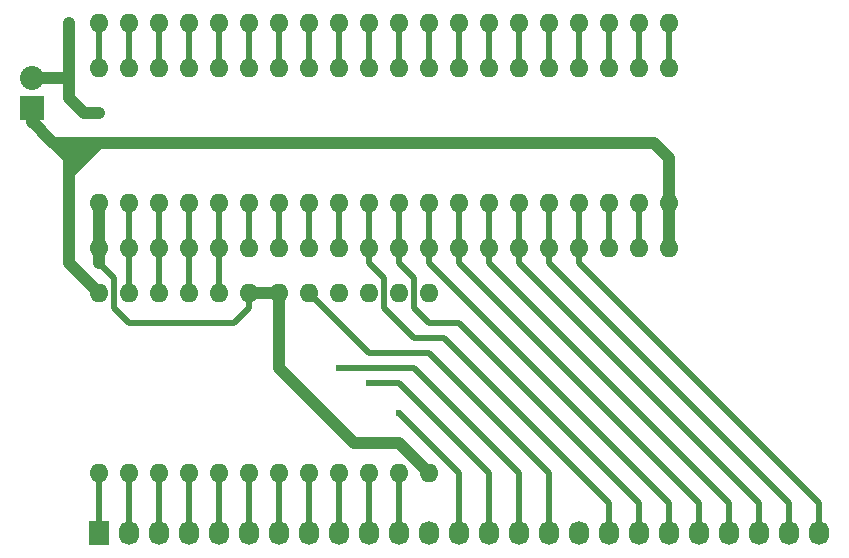
<source format=gbl>
G04 #@! TF.FileFunction,Copper,L2,Bot,Signal*
%FSLAX46Y46*%
G04 Gerber Fmt 4.6, Leading zero omitted, Abs format (unit mm)*
G04 Created by KiCad (PCBNEW 4.0.2-stable) date 2016-04-27 10:36:02 AM*
%MOMM*%
G01*
G04 APERTURE LIST*
%ADD10C,0.100000*%
%ADD11R,1.727200X2.032000*%
%ADD12O,1.727200X2.032000*%
%ADD13O,1.600000X1.600000*%
%ADD14R,2.032000X2.032000*%
%ADD15O,2.032000X2.032000*%
%ADD16C,0.600000*%
%ADD17C,0.500000*%
%ADD18C,1.000000*%
G04 APERTURE END LIST*
D10*
D11*
X119380000Y-104140000D03*
D12*
X121920000Y-104140000D03*
X124460000Y-104140000D03*
X127000000Y-104140000D03*
X129540000Y-104140000D03*
X132080000Y-104140000D03*
X134620000Y-104140000D03*
X137160000Y-104140000D03*
X139700000Y-104140000D03*
X142240000Y-104140000D03*
X144780000Y-104140000D03*
X147320000Y-104140000D03*
X149860000Y-104140000D03*
X152400000Y-104140000D03*
X154940000Y-104140000D03*
X157480000Y-104140000D03*
X160020000Y-104140000D03*
X162560000Y-104140000D03*
X165100000Y-104140000D03*
X167640000Y-104140000D03*
X170180000Y-104140000D03*
X172720000Y-104140000D03*
X175260000Y-104140000D03*
X177800000Y-104140000D03*
X180340000Y-104140000D03*
D13*
X119380000Y-76200000D03*
X121920000Y-76200000D03*
X124460000Y-76200000D03*
X127000000Y-76200000D03*
X129540000Y-76200000D03*
X132080000Y-76200000D03*
X134620000Y-76200000D03*
X137160000Y-76200000D03*
X139700000Y-76200000D03*
X142240000Y-76200000D03*
X144780000Y-76200000D03*
X147320000Y-76200000D03*
X149860000Y-76200000D03*
X152400000Y-76200000D03*
X154940000Y-76200000D03*
X157480000Y-76200000D03*
X160020000Y-76200000D03*
X162560000Y-76200000D03*
X165100000Y-76200000D03*
X167640000Y-76200000D03*
X167640000Y-60960000D03*
X165100000Y-60960000D03*
X162560000Y-60960000D03*
X160020000Y-60960000D03*
X157480000Y-60960000D03*
X154940000Y-60960000D03*
X152400000Y-60960000D03*
X149860000Y-60960000D03*
X147320000Y-60960000D03*
X144780000Y-60960000D03*
X142240000Y-60960000D03*
X139700000Y-60960000D03*
X137160000Y-60960000D03*
X134620000Y-60960000D03*
X132080000Y-60960000D03*
X129540000Y-60960000D03*
X127000000Y-60960000D03*
X124460000Y-60960000D03*
X121920000Y-60960000D03*
X119380000Y-60960000D03*
X119380000Y-80010000D03*
X121920000Y-80010000D03*
X124460000Y-80010000D03*
X127000000Y-80010000D03*
X129540000Y-80010000D03*
X132080000Y-80010000D03*
X134620000Y-80010000D03*
X137160000Y-80010000D03*
X139700000Y-80010000D03*
X142240000Y-80010000D03*
X144780000Y-80010000D03*
X147320000Y-80010000D03*
X149860000Y-80010000D03*
X152400000Y-80010000D03*
X154940000Y-80010000D03*
X157480000Y-80010000D03*
X160020000Y-80010000D03*
X162560000Y-80010000D03*
X165100000Y-80010000D03*
X167640000Y-80010000D03*
X167640000Y-64770000D03*
X165100000Y-64770000D03*
X162560000Y-64770000D03*
X160020000Y-64770000D03*
X157480000Y-64770000D03*
X154940000Y-64770000D03*
X152400000Y-64770000D03*
X149860000Y-64770000D03*
X147320000Y-64770000D03*
X144780000Y-64770000D03*
X142240000Y-64770000D03*
X139700000Y-64770000D03*
X137160000Y-64770000D03*
X134620000Y-64770000D03*
X132080000Y-64770000D03*
X129540000Y-64770000D03*
X127000000Y-64770000D03*
X124460000Y-64770000D03*
X121920000Y-64770000D03*
X119380000Y-64770000D03*
X119380000Y-99060000D03*
X121920000Y-99060000D03*
X124460000Y-99060000D03*
X127000000Y-99060000D03*
X129540000Y-99060000D03*
X132080000Y-99060000D03*
X134620000Y-99060000D03*
X137160000Y-99060000D03*
X139700000Y-99060000D03*
X142240000Y-99060000D03*
X144780000Y-99060000D03*
X147320000Y-99060000D03*
X147320000Y-83820000D03*
X144780000Y-83820000D03*
X142240000Y-83820000D03*
X139700000Y-83820000D03*
X137160000Y-83820000D03*
X134620000Y-83820000D03*
X132080000Y-83820000D03*
X129540000Y-83820000D03*
X127000000Y-83820000D03*
X124460000Y-83820000D03*
X121920000Y-83820000D03*
X119380000Y-83820000D03*
D14*
X113728500Y-68199000D03*
D15*
X113728500Y-65659000D03*
D16*
X144780000Y-93980000D03*
X142240000Y-91440000D03*
X139700000Y-90170000D03*
X119380000Y-68580000D03*
D17*
X119380000Y-99060000D02*
X119380000Y-104140000D01*
X121920000Y-99060000D02*
X121920000Y-104140000D01*
X124460000Y-99060000D02*
X124460000Y-104140000D01*
X127000000Y-99060000D02*
X127000000Y-104140000D01*
X129540000Y-99060000D02*
X129540000Y-104140000D01*
X132080000Y-99060000D02*
X132080000Y-104140000D01*
X134620000Y-99060000D02*
X134620000Y-104140000D01*
X137160000Y-99060000D02*
X137160000Y-104140000D01*
X139700000Y-99060000D02*
X139700000Y-104140000D01*
X142240000Y-99060000D02*
X142240000Y-104140000D01*
X144780000Y-99060000D02*
X144780000Y-104140000D01*
X149860000Y-99060000D02*
X149860000Y-104140000D01*
X144780000Y-93980000D02*
X149860000Y-99060000D01*
X152400000Y-104140000D02*
X152400000Y-99060000D01*
X144780000Y-91440000D02*
X142240000Y-91440000D01*
X152400000Y-99060000D02*
X144780000Y-91440000D01*
X154940000Y-104140000D02*
X154940000Y-99060000D01*
X146050000Y-90170000D02*
X139700000Y-90170000D01*
X154940000Y-99060000D02*
X146050000Y-90170000D01*
X157480000Y-104140000D02*
X157480000Y-99060000D01*
X142240000Y-88900000D02*
X137160000Y-83820000D01*
X147320000Y-88900000D02*
X142240000Y-88900000D01*
X157480000Y-99060000D02*
X147320000Y-88900000D01*
X142240000Y-80010000D02*
X142240000Y-81280000D01*
X162560000Y-101600000D02*
X162560000Y-104140000D01*
X148590000Y-87630000D02*
X162560000Y-101600000D01*
X146050000Y-87630000D02*
X148590000Y-87630000D01*
X143510000Y-85090000D02*
X146050000Y-87630000D01*
X143510000Y-82550000D02*
X143510000Y-85090000D01*
X142240000Y-81280000D02*
X143510000Y-82550000D01*
X142240000Y-76200000D02*
X142240000Y-80010000D01*
X144780000Y-80010000D02*
X144780000Y-81280000D01*
X165100000Y-101600000D02*
X165100000Y-104140000D01*
X149860000Y-86360000D02*
X165100000Y-101600000D01*
X147320000Y-86360000D02*
X149860000Y-86360000D01*
X146050000Y-85090000D02*
X147320000Y-86360000D01*
X146050000Y-82550000D02*
X146050000Y-85090000D01*
X144780000Y-81280000D02*
X146050000Y-82550000D01*
X144780000Y-76200000D02*
X144780000Y-80010000D01*
X147320000Y-80010000D02*
X147320000Y-81280000D01*
X167640000Y-101600000D02*
X167640000Y-104140000D01*
X147320000Y-81280000D02*
X167640000Y-101600000D01*
X147320000Y-76200000D02*
X147320000Y-80010000D01*
X149860000Y-80010000D02*
X149860000Y-81280000D01*
X170180000Y-101600000D02*
X170180000Y-104140000D01*
X149860000Y-81280000D02*
X170180000Y-101600000D01*
X149860000Y-76200000D02*
X149860000Y-80010000D01*
X152400000Y-80010000D02*
X152400000Y-81280000D01*
X172720000Y-101600000D02*
X172720000Y-104140000D01*
X152400000Y-81280000D02*
X172720000Y-101600000D01*
X152400000Y-76200000D02*
X152400000Y-80010000D01*
X154940000Y-80010000D02*
X154940000Y-81280000D01*
X175260000Y-101600000D02*
X175260000Y-104140000D01*
X154940000Y-81280000D02*
X175260000Y-101600000D01*
X154940000Y-76200000D02*
X154940000Y-80010000D01*
X157480000Y-80010000D02*
X157480000Y-81280000D01*
X177800000Y-101600000D02*
X177800000Y-104140000D01*
X157480000Y-81280000D02*
X177800000Y-101600000D01*
X157480000Y-76200000D02*
X157480000Y-80010000D01*
X160020000Y-80010000D02*
X160020000Y-81280000D01*
X180340000Y-101600000D02*
X180340000Y-104140000D01*
X160020000Y-81280000D02*
X180340000Y-101600000D01*
X160020000Y-76200000D02*
X160020000Y-80010000D01*
D18*
X147320000Y-99060000D02*
X144780000Y-96520000D01*
X113728500Y-65659000D02*
X116840000Y-65659000D01*
X140970000Y-96520000D02*
X144780000Y-96520000D01*
X134620000Y-90170000D02*
X134620000Y-83820000D01*
X134620000Y-90170000D02*
X140970000Y-96520000D01*
X116840000Y-60960000D02*
X116840000Y-65659000D01*
X116840000Y-65659000D02*
X116840000Y-67310000D01*
X116840000Y-67310000D02*
X118110000Y-68580000D01*
X118110000Y-68580000D02*
X119380000Y-68580000D01*
X134620000Y-83820000D02*
X132080000Y-83820000D01*
X119380000Y-80010000D02*
X119380000Y-81280000D01*
D17*
X119380000Y-81280000D02*
X120650000Y-82550000D01*
X120650000Y-85090000D02*
X121920000Y-86360000D01*
X120650000Y-82550000D02*
X120650000Y-85090000D01*
X121920000Y-86360000D02*
X130810000Y-86360000D01*
X130810000Y-86360000D02*
X132080000Y-85090000D01*
X132080000Y-85090000D02*
X132080000Y-83820000D01*
D18*
X119380000Y-76200000D02*
X119380000Y-80010000D01*
D17*
X121920000Y-80010000D02*
X121920000Y-83820000D01*
X121920000Y-76200000D02*
X121920000Y-80010000D01*
X124460000Y-80010000D02*
X124460000Y-83820000D01*
X124460000Y-76200000D02*
X124460000Y-80010000D01*
X127000000Y-80010000D02*
X127000000Y-83820000D01*
X127000000Y-76200000D02*
X127000000Y-80010000D01*
X129540000Y-80010000D02*
X129540000Y-83820000D01*
X129540000Y-76200000D02*
X129540000Y-80010000D01*
X132080000Y-76200000D02*
X132080000Y-80010000D01*
X134620000Y-76200000D02*
X134620000Y-80010000D01*
X137160000Y-76200000D02*
X137160000Y-80010000D01*
X139700000Y-76200000D02*
X139700000Y-80010000D01*
X162560000Y-76200000D02*
X162560000Y-80010000D01*
X165100000Y-76200000D02*
X165100000Y-80010000D01*
D18*
X116332000Y-71945500D02*
X116522500Y-71945500D01*
X116522500Y-71945500D02*
X117348000Y-71120000D01*
X118046500Y-71120000D02*
X117348000Y-71120000D01*
X117348000Y-71120000D02*
X115506500Y-71120000D01*
X115506500Y-71120000D02*
X114935000Y-70548500D01*
X116840000Y-72453500D02*
X117919500Y-71374000D01*
X118046500Y-71120000D02*
X119380000Y-71120000D01*
X117919500Y-71247000D02*
X118046500Y-71120000D01*
X117919500Y-71374000D02*
X117919500Y-71247000D01*
X116840000Y-73660000D02*
X116840000Y-72453500D01*
X116840000Y-72453500D02*
X116332000Y-71945500D01*
X116332000Y-71945500D02*
X114935000Y-70548500D01*
X114935000Y-70548500D02*
X114109500Y-69723000D01*
X113728500Y-69342000D02*
X113728500Y-68199000D01*
X114109500Y-69723000D02*
X113728500Y-69342000D01*
X167640000Y-76200000D02*
X167640000Y-72390000D01*
X166370000Y-71120000D02*
X119380000Y-71120000D01*
X167640000Y-72390000D02*
X166370000Y-71120000D01*
X119380000Y-71120000D02*
X116840000Y-73660000D01*
X116840000Y-81280000D02*
X119380000Y-83820000D01*
X116840000Y-73660000D02*
X116840000Y-81280000D01*
X167640000Y-76200000D02*
X167640000Y-80010000D01*
D17*
X167640000Y-60960000D02*
X167640000Y-64770000D01*
X165100000Y-60960000D02*
X165100000Y-64770000D01*
X162560000Y-60960000D02*
X162560000Y-64770000D01*
X160020000Y-60960000D02*
X160020000Y-64770000D01*
X157480000Y-60960000D02*
X157480000Y-64770000D01*
X154940000Y-60960000D02*
X154940000Y-64770000D01*
X152400000Y-60960000D02*
X152400000Y-64770000D01*
X149860000Y-60960000D02*
X149860000Y-64770000D01*
X147320000Y-60960000D02*
X147320000Y-64770000D01*
X144780000Y-60960000D02*
X144780000Y-64770000D01*
X142240000Y-60960000D02*
X142240000Y-64770000D01*
X139700000Y-60960000D02*
X139700000Y-64770000D01*
X137160000Y-60960000D02*
X137160000Y-64770000D01*
X134620000Y-60960000D02*
X134620000Y-64770000D01*
X132080000Y-60960000D02*
X132080000Y-64770000D01*
X129540000Y-60960000D02*
X129540000Y-64770000D01*
X127000000Y-60960000D02*
X127000000Y-64770000D01*
X124460000Y-60960000D02*
X124460000Y-64770000D01*
X121920000Y-60960000D02*
X121920000Y-64770000D01*
X119380000Y-60960000D02*
X119380000Y-64770000D01*
M02*

</source>
